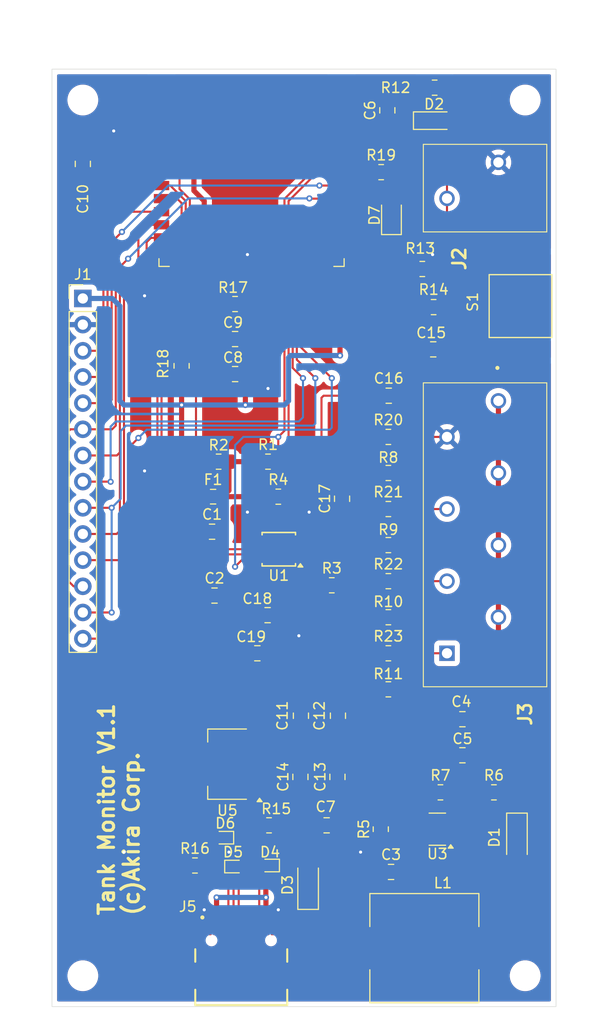
<source format=kicad_pcb>
(kicad_pcb (version 20240108) (generator "pcbnew") (generator_version "8.0")
  (layers (0 "F.Cu" signal) (31 "B.Cu" signal) (34 "B.Paste" user) (35 "F.Paste" user) (36 "B.SilkS" user "B.Silkscreen") (37 "F.SilkS" user "F.Silkscreen") (38 "B.Mask" user) (39 "F.Mask" user) (44 "Edge.Cuts" user))
  (net 0 "")
  (net 1 "GND")
  (net 2 "A2")
  (net 3 "SCL")
  (net 4 "A0")
  (net 5 "RDY")
  (net 6 "Net-(U1-ADDR)")
  (net 7 "Net-(U1-VDD)")
  (net 8 "A1")
  (net 9 "SDA")
  (net 10 "A3")
  (net 11 "+5V")
  (net 12 "+3.3V")
  (net 13 "Net-(D1-A)")
  (net 14 "Net-(U3-EN)")
  (net 15 "Net-(U3-FB)")
  (net 16 "Net-(D2-A)")
  (net 17 "+20V")
  (net 18 "IRQ_METER")
  (net 19 "SCK")
  (net 20 "BCK_LIGHT")
  (net 21 "TFT_CS")
  (net 22 "MOSI")
  (net 23 "MISO")
  (net 24 "TFT_DC")
  (net 25 "TFT_RST")
  (net 26 "TOUCH_IRQ")
  (net 27 "TOUCH_CS")
  (net 33 "Net-(U4-EN{slash}CHIP_PU)")
  (net 34 "VBUS")
  (net 35 "USB+")
  (net 36 "USB-")
  (net 37 "Net-(U4-GPIO8)")
  (net 38 "Net-(U4-GPIO9)")
  (net 41 "Net-(D7-A)")
  (net 42 "Net-(U4-GPIO23)")
  (net 45 "Net-(J5-CC1)")
  (net 46 "Net-(J5-CC2)")
  (net 48 "Net-(J3-Pad1)")
  (net 49 "Net-(J3-Pad3)")
  (net 50 "Net-(J3-Pad5)")
  (footprint "Resistor_SMD:R_0805_2012Metric_Pad1.20x1.40mm_HandSolder" (layer "F.Cu") (at 92.7 150.2 180)
    (property "Reference" "R11")
    (property "Value" "133R 0,1%")
  )
  (footprint "Resistor_SMD:R_0805_2012Metric_Pad1.20x1.40mm_HandSolder" (layer "F.Cu") (at 92 100)
    (property "Reference" "R19")
    (property "Value" "750R")
  )
  (footprint "Capacitor_SMD:C_0805_2012Metric_Pad1.18x1.45mm_HandSolder" (layer "F.Cu") (at 63 99.2 -90)
    (property "Reference" "C10")
    (property "Value" "1µF 16V")
  )
  (footprint "Capacitor_SMD:C_0805_2012Metric_Pad1.18x1.45mm_HandSolder" (layer "F.Cu") (at 87.8 152.7625 -90)
    (property "Reference" "C12")
    (property "Value" "100nF 25V")
  )
  (footprint "Capacitor_SMD:C_0805_2012Metric_Pad1.18x1.45mm_HandSolder" (layer "F.Cu") (at 92.7375 121.7)
    (property "Reference" "C16")
    (property "Value" "100nF")
  )
  (footprint "Capacitor_SMD:C_0805_2012Metric_Pad1.18x1.45mm_HandSolder" (layer "F.Cu") (at 99.9 156.6 180)
    (property "Reference" "C5")
    (property "Value" "470pF")
  )
  (footprint "MountingHole:MountingHole_2.5mm" (layer "F.Cu") (at 63 93)
    (property "Reference" "REF**")
    (property "Value" "MountingHole_2.5mm")
  )
  (footprint "Diode_SMD:D_SOD-882D" (layer "F.Cu") (at 76.75 164.6 180)
    (property "Reference" "D6")
    (property "Value" "ESDALC5-1BT2")
  )
  (footprint "Resistor_SMD:R_0805_2012Metric_Pad1.20x1.40mm_HandSolder" (layer "F.Cu") (at 96 109.4)
    (property "Reference" "R13")
    (property "Value" "10k")
  )
  (footprint "Resistor_SMD:R_0805_2012Metric_Pad1.20x1.40mm_HandSolder" (layer "F.Cu") (at 92.7 139.7)
    (property "Reference" "R22")
    (property "Value" "0R")
  )
  (footprint "Resistor_SMD:R_0805_2012Metric_Pad1.20x1.40mm_HandSolder" (layer "F.Cu") (at 97.7625 160.2)
    (property "Reference" "R7")
    (property "Value" "150k 0,1%")
  )
  (footprint "Inductor_SMD:L_10.4x10.4_H4.8" (layer "F.Cu") (at 96.2 175.325)
    (property "Reference" "L1")
    (property "Value" "33uH")
  )
  (footprint "Capacitor_SMD:C_0805_2012Metric_Pad1.18x1.45mm_HandSolder" (layer "F.Cu") (at 75.5625 134.9)
    (property "Reference" "C1")
    (property "Value" "100nF")
  )
  (footprint "Resistor_SMD:R_0805_2012Metric_Pad1.20x1.40mm_HandSolder" (layer "F.Cu") (at 92.7 143.2 180)
    (property "Reference" "R10")
    (property "Value" "133R 0,1%")
  )
  (footprint "Resistor_SMD:R_0805_2012Metric_Pad1.20x1.40mm_HandSolder" (layer "F.Cu") (at 97.1 113.1 180)
    (property "Reference" "R14")
    (property "Value" "10k 1%")
  )
  (footprint "Diode_SMD:D_SOD-123" (layer "F.Cu") (at 105.2 164.575 -90)
    (property "Reference" "D1")
    (property "Value" "Schottky 500mA")
  )
  (footprint "Resistor_SMD:R_0805_2012Metric_Pad1.20x1.40mm_HandSolder" (layer "F.Cu") (at 81.1 163.4 180)
    (property "Reference" "R15")
    (property "Value" "5.1k 1%")
  )
  (footprint "MountingHole:MountingHole_2.5mm" (layer "F.Cu") (at 63 178)
    (property "Reference" "REF**")
    (property "Value" "MountingHole_2.5mm")
  )
  (footprint "Package_SO:TSSOP-10_3x3mm_P0.5mm" (layer "F.Cu") (at 82.05 136.6 180)
    (property "Reference" "U1")
    (property "Value" "ADS1115IDGS")
  )
  (footprint "Phoenix Contact PTSA 2:1985195" (layer "F.Cu") (at 98.4 105.8 90)
    (property "Reference" "J2")
    (property "Value" "PTSA 1,5/ 2-3,5-Z" (hide yes))
  )
  (footprint "Resistor_SMD:R_0805_2012Metric_Pad1.20x1.40mm_HandSolder" (layer "F.Cu") (at 82 131.5)
    (property "Reference" "R4")
    (property "Value" "10k")
  )
  (footprint "Resistor_SMD:R_0805_2012Metric_Pad1.20x1.40mm_HandSolder" (layer "F.Cu") (at 73.9 167.3)
    (property "Reference" "R16")
    (property "Value" "5.1k 1%")
  )
  (footprint "Resistor_SMD:R_0805_2012Metric_Pad1.20x1.40mm_HandSolder" (layer "F.Cu") (at 92.7 129.2 180)
    (property "Reference" "R8")
    (property "Value" "133R 0,1%")
  )
  (footprint "Resistor_SMD:R_0805_2012Metric_Pad1.20x1.40mm_HandSolder" (layer "F.Cu") (at 81 128.1)
    (property "Reference" "R1")
    (property "Value" "10k")
  )
  (footprint "Diode_SMD:D_SOD-323_HandSoldering" (layer "F.Cu") (at 97.15 95)
    (property "Reference" "D2")
    (property "Value" "1N4148")
  )
  (footprint "Resistor_SMD:R_0805_2012Metric_Pad1.20x1.40mm_HandSolder" (layer "F.Cu") (at 77.8 112.8)
    (property "Reference" "R17")
    (property "Value" "10k 1%")
  )
  (footprint "Resistor_SMD:R_0805_2012Metric_Pad1.20x1.40mm_HandSolder" (layer "F.Cu") (at 92.7 125.7)
    (property "Reference" "R20")
    (property "Value" "0R")
  )
  (footprint "Capacitor_SMD:C_0805_2012Metric_Pad1.18x1.45mm_HandSolder" (layer "F.Cu") (at 77.8 116.2 180)
    (property "Reference" "C9")
    (property "Value" "100nF 25V")
  )
  (footprint "Package_TO_SOT_SMD:SOT-23-5" (layer "F.Cu") (at 97.4625 163.775 180)
    (property "Reference" "U3")
    (property "Value" "LM2735X (1.6MHz)")
  )
  (footprint "Resistor_SMD:R_0805_2012Metric_Pad1.20x1.40mm_HandSolder" (layer "F.Cu") (at 92.7 136.2 180)
    (property "Reference" "R9")
    (property "Value" "133R 0,1%")
  )
  (footprint "CUI switch:SW_TS07-667-30-BK-100-SMT-TR" (layer "F.Cu") (at 105.55 113 90)
    (property "Reference" "S1")
    (property "Value" "TS07-667-30-BK-100-SMT-TR")
  )
  (footprint "Capacitor_SMD:C_0805_2012Metric_Pad1.18x1.45mm_HandSolder" (layer "F.Cu") (at 84.15 158.7 90)
    (property "Reference" "C14")
    (property "Value" "100nF 25V")
  )
  (footprint "Capacitor_SMD:C_0805_2012Metric_Pad1.18x1.45mm_HandSolder" (layer "F.Cu") (at 88.2 131.7 90)
    (property "Reference" "C17")
    (property "Value" "100nF")
  )
  (footprint "Fuse:Fuse_0805_2012Metric" (layer "F.Cu") (at 75.6625 131.5)
    (property "Reference" "F1")
    (property "Value" "BSMD0805-035-6V")
  )
  (footprint "Capacitor_SMD:C_0805_2012Metric_Pad1.18x1.45mm_HandSolder" (layer "F.Cu") (at 92.9625 167.925)
    (property "Reference" "C3")
    (property "Value" "22uF")
  )
  (footprint "Capacitor_SMD:C_0805_2012Metric_Pad1.18x1.45mm_HandSolder" (layer "F.Cu") (at 87.75 158.7 90)
    (property "Reference" "C13")
    (property "Value" "10µF 25V")
  )
  (footprint "MountingHole:MountingHole_2.5mm" (layer "F.Cu") (at 106 178)
    (property "Reference" "REF**")
    (property "Value" "MountingHole_2.5mm")
  )
  (footprint "Capacitor_SMD:C_0805_2012Metric_Pad1.18x1.45mm_HandSolder" (layer "F.Cu") (at 84.2 152.7625 -90)
    (property "Reference" "C11")
    (property "Value" "10µF 25V")
  )
  (footprint "Capacitor_SMD:C_0805_2012Metric_Pad1.18x1.45mm_HandSolder" (layer "F.Cu") (at 86.7 163.4 180)
    (property "Reference" "C7")
    (property "Value" "10µF 25V")
  )
  (footprint "Capacitor_SMD:C_0805_2012Metric_Pad1.18x1.45mm_HandSolder" (layer "F.Cu") (at 92.6 94 90)
    (property "Reference" "C6")
    (property "Value" "33nF")
  )
  (footprint "MountingHole:MountingHole_2.5mm" (layer "F.Cu") (at 106 93)
    (property "Reference" "REF**")
    (property "Value" "MountingHole_2.5mm")
  )
  (footprint "Capacitor_SMD:C_0805_2012Metric_Pad1.18x1.45mm_HandSolder" (layer "F.Cu") (at 99.9 153.1 180)
    (property "Reference" "C4")
    (property "Value" "10uF")
  )
  (footprint "Diode_SMD:D_SOD-882D" (layer "F.Cu") (at 77.7 167.4)
    (property "Reference" "D5")
    (property "Value" "ESDALC5-1BT2")
  )
  (footprint "Capacitor_SMD:C_0805_2012Metric_Pad1.18x1.45mm_HandSolder" (layer "F.Cu") (at 79.9625 146.7 180)
    (property "Reference" "C19")
    (property "Value" "100nF")
  )
  (footprint "Resistor_SMD:R_0805_2012Metric_Pad1.20x1.40mm_HandSolder" (layer "F.Cu") (at 87.2 140.1)
    (property "Reference" "R3")
    (property "Value" "10k")
  )
  (footprint "Resistor_SMD:R_0805_2012Metric_Pad1.20x1.40mm_HandSolder" (layer "F.Cu") (at 72.6 118.8 -90)
    (property "Reference" "R18")
    (property "Value" "10k 1%")
  )
  (footprint "Capacitor_SMD:C_0805_2012Metric_Pad1.18x1.45mm_HandSolder" (layer "F.Cu") (at 97.0625 117.2 180)
    (property "Reference" "C15")
    (property "Value" "100nF 25V")
  )
  (footprint "Diode_SMD:D_SOD-123" (layer "F.Cu") (at 84.9 169.2 90)
    (property "Reference" "D3")
    (property "Value" "1N5819HW-7-F")
  )
  (footprint "GCT-USB4110GFA:GCT_USB4110GFA" (layer "F.Cu") (at 78.4 174.57)
    (property "Reference" "J5")
    (property "Value" "USB4110GFA")
  )
  (footprint "PCM_Espressif:ESP32-C6-WROOM-1" (layer "F.Cu") (at 79.4 99.4)
    (property "Reference" "U4")
    (property "Value" "ESP32-C6-WROOM-1")
  )
  (footprint "Phoenix Contact PTSA 8:1985250" (layer "F.Cu") (at 98.4 146.7 90)
    (property "Reference" "J3")
    (property "Value" "PTSA 1,5/ 8-3,5-Z" (hide yes))
  )
  (footprint "Resistor_SMD:R_0805_2012Metric_Pad1.20x1.40mm_HandSolder" (layer "F.Cu") (at 92.7 132.7)
    (property "Reference" "R21")
    (property "Value" "0R")
  )
  (footprint "Capacitor_SMD:C_0805_2012Metric_Pad1.18x1.45mm_HandSolder" (layer "F.Cu") (at 77.8025 119.6 180)
    (property "Reference" "C8")
    (property "Value" "10µF 25V")
  )
  (footprint "Diode_SMD:D_SOD-882D" (layer "F.Cu") (at 81.2 167.3 180)
    (property "Reference" "D4")
    (property "Value" "ESDALC5-1BT2")
  )
  (footprint "Connector_PinHeader_2.54mm:PinHeader_1x14_P2.54mm_Vertical" (layer "F.Cu") (at 63 112.26)
    (property "Reference" "J1")
    (property "Value" "TFT")
  )
  (footprint "Diode_SMD:D_0805_2012Metric_Pad1.15x1.40mm_HandSolder" (layer "F.Cu") (at 93 104.2 90)
    (property "Reference" "D7")
    (property "Value" "1.8V 2mA")
  )
  (footprint "Resistor_SMD:R_0805_2012Metric_Pad1.20x1.40mm_HandSolder" (layer "F.Cu") (at 97.2 91.8)
    (property "Reference" "R12")
    (property "Value" "10k")
  )
  (footprint "Resistor_SMD:R_0805_2012Metric_Pad1.20x1.40mm_HandSolder" (layer "F.Cu") (at 91.9625 163.775 90)
    (property "Reference" "R5")
    (property "Value" "100k")
  )
  (footprint "Resistor_SMD:R_0805_2012Metric_Pad1.20x1.40mm_HandSolder" (layer "F.Cu") (at 76.2 128.1 180)
    (property "Reference" "R2")
    (property "Value" "10k")
  )
  (footprint "Resistor_SMD:R_0805_2012Metric_Pad1.20x1.40mm_HandSolder" (layer "F.Cu") (at 102.9625 160.2)
    (property "Reference" "R6")
    (property "Value" "10k 0,1%")
  )
  (footprint "Package_TO_SOT_SMD:SOT-223-3_TabPin2" (layer "F.Cu") (at 77.05 157.4625 180)
    (property "Reference" "U5")
    (property "Value" "MCP1826S-3302E/DB")
  )
  (footprint "Capacitor_SMD:C_0805_2012Metric_Pad1.18x1.45mm_HandSolder" (layer "F.Cu") (at 80.9625 143 180)
    (property "Reference" "C18")
    (property "Value" "100nF")
  )
  (footprint "Resistor_SMD:R_0805_2012Metric_Pad1.20x1.40mm_HandSolder" (layer "F.Cu") (at 92.7 146.7)
    (property "Reference" "R23")
    (property "Value" "0R")
  )
  (footprint "Capacitor_SMD:C_0805_2012Metric_Pad1.18x1.45mm_HandSolder" (layer "F.Cu") (at 75.8 141.1)
    (property "Reference" "C2")
    (property "Value" "100nF")
  )
  (gr_rect (start 60 90) (end 109 181) (stroke (width 0.05)) (fill none) (layer "Edge.Cuts"))
  (gr_text "Tank Monitor V1.1\n(c)Akira Corp." (at 68.6 172.3 90) (layer "F.SilkS") (effects (font (size 1.5 1.5) (thickness 0.3) (bold yes)) (justify left bottom)))
  (segment (start 77.2 167.3) (end 77.3 167.4) (width 0.5) (layer "F.Cu") (net 1))
  (segment (start 77.15 165.95) (end 77.2 166) (width 0.5) (layer "F.Cu") (net 1))
  (segment (start 93.7 125.7) (end 93.7 129.2) (width 0.2) (layer "F.Cu") (net 1))
  (segment (start 75.2 173.6) (end 75.2 172) (width 0.5) (layer "F.Cu") (net 1))
  (segment (start 77.2 166) (end 77.2 167.3) (width 0.5) (layer "F.Cu") (net 1))
  (segment (start 81.6 173.6) (end 81.6 172) (width 0.5) (layer "F.Cu") (net 1))
  (segment (start 75.2 172) (end 74.8 171.6) (width 0.5) (layer "F.Cu") (net 1))
  (segment (start 81.6 172) (end 82 171.6) (width 0.5) (layer "F.Cu") (net 1))
  (segment (start 89 136.6) (end 89.4 136.2) (width 0.2) (layer "F.Cu") (net 1))
  (segment (start 93.7 125.7) (end 98.4 125.7) (width 0.2) (layer "F.Cu") (net 1))
  (segment (start 84.2 136.6) (end 89 136.6) (width 0.2) (layer "F.Cu") (net 1))
  (segment (start 77.15 164.6) (end 77.15 165.95) (width 0.5) (layer "F.Cu") (net 1))
  (segment (start 89.4 136.2) (end 91.7 136.2) (width 0.2) (layer "F.Cu") (net 1))
  (via (at 97 108) (size 0.6) (drill 0.3) (layers "F.Cu" "B.Cu") (net 1))
  (via (at 74.8 171.6) (size 0.6) (drill 0.3) (layers "F.Cu" "B.Cu") (net 1))
  (via (at 69 129) (size 0.6) (drill 0.3) (layers "F.Cu" "B.Cu") (net 1))
  (via (at 85 133) (size 0.6) (drill 0.3) (layers "F.Cu" "B.Cu") (net 1))
  (via (at 82 171.6) (size 0.6) (drill 0.3) (layers "F.Cu" "B.Cu") (net 1))
  (via (at 69 112) (size 0.6) (drill 0.3) (layers "F.Cu" "B.Cu") (net 1))
  (via (at 90 166) (size 0.6) (drill 0.3) (layers "F.Cu" "B.Cu") (net 1))
  (via (at 81 121) (size 0.6) (drill 0.3) (layers "F.Cu" "B.Cu") (net 1))
  (via (at 67 166) (size 0.6) (drill 0.3) (layers "F.Cu" "B.Cu") (net 1))
  (via (at 79 108) (size 0.6) (drill 0.3) (layers "F.Cu" "B.Cu") (net 1))
  (via (at 66 96) (size 0.6) (drill 0.3) (layers "F.Cu" "B.Cu") (net 1))
  (via (at 84 145) (size 0.6) (drill 0.3) (layers "F.Cu" "B.Cu") (net 1))
  (via (at 77.2 166) (size 0.6) (drill 0.3) (layers "F.Cu" "B.Cu") (net 1))
  (via (at 79 133) (size 0.6) (drill 0.3) (layers "F.Cu" "B.Cu") (net 1))
  (segment (start 81.4 141.4) (end 82 142) (width 0.2) (layer "F.Cu") (net 2))
  (segment (start 80.7 135.6) (end 81.4 136.3) (width 0.2) (layer "F.Cu") (net 2))
  (segment (start 89.6 143) (end 81.8375 143) (width 0.2) (layer "F.Cu") (net 2))
  (segment (start 91.7 139.7) (end 90.1 139.7) (width 0.2) (layer "F.Cu") (net 2))
  (segment (start 79.9 135.6) (end 80.7 135.6) (width 0.2) (layer "F.Cu") (net 2))
  (segment (start 81.4 136.3) (end 81.4 141.4) (width 0.2) (layer "F.Cu") (net 2))
  (segment (start 89.9 139.9) (end 89.9 142.7) (width 0.2) (layer "F.Cu") (net 2))
  (segment (start 90.1 139.7) (end 89.9 139.9) (width 0.2) (layer "F.Cu") (net 2))
  (segment (start 82 142) (end 82 143) (width 0.2) (layer "F.Cu") (net 2))
  (segment (start 89.9 142.7) (end 89.6 143) (width 0.2) (layer "F.Cu") (net 2))
  (segment (start 86.99 92.41) (end 85.8 93.6) (width 0.2) (layer "F.Cu") (net 3))
  (segment (start 82 128.1) (end 82 125.7) (width 0.2) (layer "F.Cu") (net 3))
  (segment (start 77.8 138.3) (end 78.5 137.6) (width 0.2) (layer "F.Cu") (net 3))
  (segment (start 82.6 125.1) (end 82 125.7) (width 0.2) (layer "F.Cu") (net 3))
  (segment (start 85.8 99.4) (end 82.6 102.6) (width 0.2) (layer "F.Cu") (net 3))
  (segment (start 82.6 102.6) (end 82.6 125.1) (width 0.2) (layer "F.Cu") (net 3))
  (segment (start 88.15 92.41) (end 86.99 92.41) (width 0.2) (layer "F.Cu") (net 3))
  (segment (start 85.8 93.6) (end 85.8 99.4) (width 0.2) (layer "F.Cu") (net 3))
  (segment (start 78.5 137.6) (end 79.9 137.6) (width 0.2) (layer "F.Cu") (net 3))
  (via (at 77.8 138.3) (size 0.6) (drill 0.3) (layers "F.Cu" "B.Cu") (net 3))
  (via (at 82 125.7) (size 0.6) (drill 0.3) (layers "F.Cu" "B.Cu") (net 3))
  (segment (start 78.6 125.7) (end 77.8 126.5) (width 0.2) (layer "B.Cu") (net 3))
  (segment (start 82 125.7) (end 78.6 125.7) (width 0.2) (layer "B.Cu") (net 3))
  (segment (start 77.8 126.5) (end 77.8 138.3) (width 0.2) (layer "B.Cu") (net 3))
  (segment (start 84.2 136.1) (end 88 136.1) (width 0.2) (layer "F.Cu") (net 4))
  (segment (start 88.2 132.7375) (end 91.6625 132.7375) (width 0.2) (layer "F.Cu") (net 4))
  (segment (start 88 136.1) (end 88.2 135.9) (width 0.2) (layer "F.Cu") (net 4))
  (segment (start 91.6625 132.7375) (end 91.7 132.7) (width 0.2) (layer "F.Cu") (net 4))
  (segment (start 88.2 135.9) (end 88.2 132.7375) (width 0.2) (layer "F.Cu") (net 4))
  (segment (start 86.2 94.6) (end 87.12 93.68) (width 0.2) (layer "F.Cu") (net 5))
  (segment (start 83.2 137.1) (end 83 136.9) (width 0.2) (layer "F.Cu") (net 5))
  (segment (start 83 131.5) (end 83 102.8) (width 0.2) (layer "F.Cu") (net 5))
  (segment (start 86.2 99.6) (end 86.2 94.6) (width 0.2) (layer "F.Cu") (net 5))
  (segment (start 83 102.8) (end 86.2 99.6) (width 0.2) (layer "F.Cu") (net 5))
  (segment (start 84.2 137.1) (end 83.2 137.1) (width 0.2) (layer "F.Cu") (net 5))
  (segment (start 83 136.9) (end 83 131.5) (width 0.2) (layer "F.Cu") (net 5))
  (segment (start 87.12 93.68) (end 88.15 93.68) (width 0.2) (layer "F.Cu") (net 5))
  (segment (start 86.2 138.1) (end 86.2 139.6) (width 0.2) (layer "F.Cu") (net 6))
  (segment (start 84.2 137.6) (end 85.7 137.6) (width 0.2) (layer "F.Cu") (net 6))
  (segment (start 85.7 137.6) (end 86.2 138.1) (width 0.2) (layer "F.Cu") (net 6))
  (segment (start 76.9 136.6) (end 76.6 136.3) (width 0.2) (layer "F.Cu") (net 7))
  (segment (start 76.6 131.5) (end 77.2 130.9) (width 0.5) (layer "F.Cu") (net 7))
  (segment (start 76.6 131.5) (end 81 131.5) (width 0.5) (layer "F.Cu") (net 7))
  (segment (start 76.6 136.3) (end 76.6 134.9) (width 0.2) (layer "F.Cu") (net 7))
  (segment (start 76.6 131.5) (end 76.6 134.9) (width 0.5) (layer "F.Cu") (net 7))
  (segment (start 77.2 128.1) (end 80 128.1) (width 0.5) (layer "F.Cu") (net 7))
  (segment (start 79.9 136.6) (end 76.9 136.6) (width 0.2) (layer "F.Cu") (net 7))
  (segment (start 77.2 130.9) (end 77.2 128.1) (width 0.5) (layer "F.Cu") (net 7))
  (segment (start 84.2 135.6) (end 86 135.6) (width 0.2) (layer "F.Cu") (net 8))
  (segment (start 86 135.6) (end 86.2 135.4) (width 0.2) (layer "F.Cu") (net 8))
  (segment (start 91.7 125.7) (end 91.7 121.7) (width 0.2) (layer "F.Cu") (net 8))
  (segment (start 86.2 121.9) (end 86.4 121.7) (width 0.2) (layer "F.Cu") (net 8))
  (segment (start 91.7 121.7) (end 86.4 121.7) (width 0.2) (layer "F.Cu") (net 8))
  (segment (start 86.2 135.4) (end 86.2 121.9) (width 0.2) (layer "F.Cu") (net 8))
  (segment (start 74 128) (end 74.1 128.1) (width 0.2) (layer "F.Cu") (net 9))
  (segment (start 70.65 101.3) (end 71.5 101.3) (width 0.2) (layer "F.Cu") (net 9))
  (segment (start 75.6 136.7) (end 75.6 129.9) (width 0.2) (layer "F.Cu") (net 9))
  (segment (start 74 116.8) (end 74 128) (width 0.2) (layer "F.Cu") (net 9))
  (segment (start 73 102.8) (end 73 115.8) (width 0.2) (layer "F.Cu") (net 9))
  (segment (start 74.1 128.1) (end 75.2 128.1) (width 0.2) (layer "F.Cu") (net 9))
  (segment (start 71.5 101.3) (end 73 102.8) (width 0.2) (layer "F.Cu") (net 9))
  (segment (start 73 115.8) (end 74 116.8) (width 0.2) (layer "F.Cu") (net 9))
  (segment (start 75.2 128.1) (end 75.4 127.9) (width 0.2) (layer "F.Cu") (net 9))
  (segment (start 75.6 129.9) (end 75.2 129.5) (width 0.2) (layer "F.Cu") (net 9))
  (segment (start 75.2 129.5) (end 75.2 128.1) (width 0.2) (layer "F.Cu") (net 9))
  (segment (start 76 137.1) (end 75.6 136.7) (width 0.2) (layer "F.Cu") (net 9))
  (segment (start 79.9 137.1) (end 76 137.1) (width 0.2) (layer "F.Cu") (net 9))
  (segment (start 81.1 146.7) (end 81 146.8) (width 0.2) (layer "F.Cu") (net 10))
  (segment (start 91.6 146.8) (end 91.7 146.7) (width 0.2) (layer "F.Cu") (net 10))
  (segment (start 80.95 146.75) (end 81 146.8) (width 0.2) (layer "F.Cu") (net 10))
  (segment (start 79.9 136.1) (end 80.634314 136.1) (width 0.2) (layer "F.Cu") (net 10))
  (segment (start 81 136.465686) (end 81 146.7) (width 0.2) (layer "F.Cu") (net 10))
  (segment (start 80.634314 136.1) (end 81 136.465686) (width 0.2) (layer "F.Cu") (net 10))
  (segment (start 91.7 146.7) (end 81 146.7) (width 0.2) (layer "F.Cu") (net 10))
  (segment (start 96.325 174.275) (end 95.275 175.325) (width 0.5) (layer "F.Cu") (net 11))
  (segment (start 92.0125 164.725) (end 91.9625 164.775) (width 0.5) (layer "F.Cu") (net 11))
  (segment (start 96.325 164.725) (end 96.325 174.275) (width 0.5) (layer "F.Cu") (net 11))
  (segment (start 87.75 159.7375) (end 84.15 159.7375) (width 0.5) (layer "F.Cu") (net 11))
  (segment (start 84.15 159.7375) (end 80.225 159.7375) (width 0.5) (layer "F.Cu") (net 11))
  (segment (start 87.7375 168) (end 87.7375 163.4) (width 0.5) (layer "F.Cu") (net 11))
  (segment (start 96.325 164.725) (end 92.0125 164.725) (width 0.5) (layer "F.Cu") (net 11))
  (segment (start 87.7375 163.4) (end 87.7375 159.75) (width 0.5) (layer "F.Cu") (net 11))
  (segment (start 87.7375 170.1625) (end 87.7375 168) (width 0.5) (layer "F.Cu") (net 11))
  (segment (start 87.05 170.85) (end 87.7375 170.1625) (width 0.5) (layer "F.Cu") (net 11))
  (segment (start 91.925 167.925) (end 91.85 168) (width 0.5) (layer "F.Cu") (net 11))
  (segment (start 80.225 159.7375) (end 80.2 159.7625) (width 0.5) (layer "F.Cu") (net 11))
  (segment (start 84.9 170.85) (end 87.05 170.85) (width 0.5) (layer "F.Cu") (net 11))
  (segment (start 95.275 175.325) (end 92.05 175.325) (width 0.5) (layer "F.Cu") (net 11))
  (segment (start 87.7375 159.75) (end 87.75 159.7375) (width 0.5) (layer "F.Cu") (net 11))
  (segment (start 91.925 167.925) (end 91.925 164.8125) (width 0.5) (layer "F.Cu") (net 11))
  (segment (start 91.85 168) (end 87.7375 168) (width 0.5) (layer "F.Cu") (net 11))
  (segment (start 91.925 164.8125) (end 91.9625 164.775) (width 0.5) (layer "F.Cu") (net 11))
  (segment (start 74.7625 141.1) (end 74.7625 149.1625) (width 0.5) (layer "F.Cu") (net 12))
  (segment (start 75.6 111) (end 78.4 111) (width 0.5) (layer "F.Cu") (net 12))
  (segment (start 95.1 113.1) (end 96.1 113.1) (width 0.5) (layer "F.Cu") (net 12))
  (segment (start 74.8 110.2) (end 75.6 111) (width 0.5) (layer "F.Cu") (net 12))
  (segment (start 78.8 112.8) (end 78.8 116.1625) (width 0.5) (layer "F.Cu") (net 12))
  (segment (start 70.65 92.41) (end 72.61 92.41) (width 0.5) (layer "F.Cu") (net 12))
  (segment (start 88 114) (end 88.9 113.1) (width 0.5) (layer "F.Cu") (net 12))
  (segment (start 78.8 116.1625) (end 78.8375 116.2) (width 0.5) (layer "F.Cu") (net 12))
  (segment (start 95 113) (end 95.1 113.1) (width 0.5) (layer "F.Cu") (net 12))
  (segment (start 88 114) (end 88 117.8) (width 0.5) (layer "F.Cu") (net 12))
  (segment (start 88.9 113.1) (end 95.1 113.1) (width 0.5) (layer "F.Cu") (net 12))
  (segment (start 80.2 152.3625) (end 80.8375 151.725) (width 0.5) (layer "F.Cu") (net 12))
  (segment (start 95 109.4) (end 95 113) (width 0.5) (layer "F.Cu") (net 12))
  (segment (start 72.6 122.6) (end 72.6 119.8) (width 0.5) (layer "F.Cu") (net 12))
  (segment (start 78.8375 116.2) (end 78.8375 119.5975) (width 0.5) (layer "F.Cu") (net 12))
  (segment (start 87.8 150.2) (end 87.8 151.725) (width 0.5) (layer "F.Cu") (net 12))
  (segment (start 78.8 119.64) (end 78.84 119.6) (width 0.5) (layer "F.Cu") (net 12))
  (segment (start 74.7625 141.1) (end 73.3 141.1) (width 0.5) (layer "F.Cu") (net 12))
  (segment (start 72.6 140.4) (end 72.6 131.5) (width 0.5) (layer "F.Cu") (net 12))
  (segment (start 78.8375 119.5975) (end 78.84 119.6) (width 0.5) (layer "F.Cu") (net 12))
  (segment (start 80.2 155.1625) (end 80.2 152.3625) (width 0.5) (layer "F.Cu") (net 12))
  (segment (start 73.3 141.1) (end 72.6 140.4) (width 0.5) (layer "F.Cu") (net 12))
  (segment (start 73.8 93.6) (end 73.8 101.8) (width 0.5) (layer "F.Cu") (net 12))
  (segment (start 78.4 111) (end 78.8 111.4) (width 0.5) (layer "F.Cu") (net 12))
  (segment (start 74.7625 149.1625) (end 75.4 149.8) (width 0.5) (layer "F.Cu") (net 12))
  (segment (start 74.8 102.8) (end 74.8 110.2) (width 0.5) (layer "F.Cu") (net 12))
  (segment (start 74.725 131.5) (end 72.6 131.5) (width 0.5) (layer "F.Cu") (net 12))
  (segment (start 78.8 122.6) (end 78.8 119.64) (width 0.5) (layer "F.Cu") (net 12))
  (segment (start 78.8 111.4) (end 78.8 112.8) (width 0.5) (layer "F.Cu") (net 12))
  (segment (start 87.4 149.8) (end 87.8 150.2) (width 0.5) (layer "F.Cu") (net 12))
  (segment (start 73.8 101.8) (end 74.8 102.8) (width 0.5) (layer "F.Cu") (net 12))
  (segment (start 84.2 151.725) (end 87.8 151.725) (width 0.5) (layer "F.Cu") (net 12))
  (segment (start 80.8375 151.725) (end 84.2 151.725) (width 0.5) (layer "F.Cu") (net 12))
  (segment (start 75.4 149.8) (end 87.4 149.8) (width 0.5) (layer "F.Cu") (net 12))
  (segment (start 72.61 92.41) (end 73.8 93.6) (width 0.5) (layer "F.Cu") (net 12))
  (segment (start 72.6 131.5) (end 72.6 122.6) (width 0.5) (layer "F.Cu") (net 12))
  (via (at 78.8 122.6) (size 0.6) (drill 0.3) (layers "F.Cu" "B.Cu") (net 12))
  (via (at 88 117.8) (size 0.6) (drill 0.3) (layers "F.Cu" "B.Cu") (net 12))
  (via (at 72.6 122.6) (size 0.6) (drill 0.3) (layers "F.Cu" "B.Cu") (net 12))
  (segment (start 66.6 122.2) (end 67 122.6) (width 0.5) (layer "B.Cu") (net 12))
  (segment (start 83.2 117.8) (end 88 117.8) (width 0.5) (layer "B.Cu") (net 12))
  (segment (start 78.8 122.6) (end 82.6 122.6) (width 0.5) (layer "B.Cu") (net 12))
  (segment (start 66.6 113) (end 66.6 122.2) (width 0.5) (layer "B.Cu") (net 12))
  (segment (start 63 112.26) (end 65.86 112.26) (width 0.5) (layer "B.Cu") (net 12))
  (segment (start 83 122.2) (end 83 118) (width 0.5) (layer "B.Cu") (net 12))
  (segment (start 65.86 112.26) (end 66.6 113) (width 0.5) (layer "B.Cu") (net 12))
  (segment (start 82.6 122.6) (end 83 122.2) (width 0.5) (layer "B.Cu") (net 12))
  (segment (start 83 118) (end 83.2 117.8) (width 0.5) (layer "B.Cu") (net 12))
  (segment (start 67 122.6) (end 72.6 122.6) (width 0.5) (layer "B.Cu") (net 12))
  (segment (start 72.6 122.6) (end 78.8 122.6) (width 0.5) (layer "B.Cu") (net 12))
  (segment (start 101.25 166.225) (end 101.25 166.75) (width 0.5) (layer "F.Cu") (net 13))
  (segment (start 98.6 164.725) (end 99.75 164.725) (width 0.5) (layer "F.Cu") (net 13))
  (segment (start 102.6 166.225) (end 105.2 166.225) (width 0.5) (layer "F.Cu") (net 13))
  (segment (start 101.25 166.225) (end 102.6 166.225) (width 0.5) (layer "F.Cu") (net 13))
  (segment (start 100.35 167.65) (end 100.35 175.325) (width 0.5) (layer "F.Cu") (net 13))
  (segment (start 99.75 164.725) (end 101.25 166.225) (width 0.5) (layer "F.Cu") (net 13))
  (segment (start 101.25 166.75) (end 100.35 167.65) (width 0.5) (layer "F.Cu") (net 13))
  (segment (start 91.9625 162.775) (end 96.275 162.775) (width 0.2) (layer "F.Cu") (net 14))
  (segment (start 96.275 162.775) (end 96.325 162.825) (width 0.2) (layer "F.Cu") (net 14))
  (segment (start 98.7625 156.7) (end 98.8625 156.6) (width 0.2) (layer "F.Cu") (net 15))
  (segment (start 98.7625 160.2) (end 98.7625 156.7) (width 0.2) (layer "F.Cu") (net 15))
  (segment (start 98.7625 162.6625) (end 98.6 162.825) (width 0.2) (layer "F.Cu") (net 15))
  (segment (start 98.7625 160.2) (end 101.9625 160.2) (width 0.2) (layer "F.Cu") (net 15))
  (segment (start 98.7625 160.2) (end 98.7625 162.6625) (width 0.2) (layer "F.Cu") (net 15))
  (segment (start 98.4 95) (end 98.4 94.8) (width 0.2) (layer "F.Cu") (net 16))
  (segment (start 98.4 109.1) (end 98.1 109.4) (width 0.2) (layer "F.Cu") (net 16))
  (segment (start 98.4 95) (end 98.4 91.6) (width 0.2) (layer "F.Cu") (net 16))
  (segment (start 98.4 102.55) (end 98.5 102.65) (width 0.2) (layer "F.Cu") (net 16))
  (segment (start 98.1 109.4) (end 97 109.4) (width 0.2) (layer "F.Cu") (net 16))
  (segment (start 98.4 94.8) (end 98.6 94.6) (width 0.2) (layer "F.Cu") (net 16))
  (segment (start 98.4 102.55) (end 98.4 109.1) (width 0.2) (layer "F.Cu") (net 16))
  (segment (start 98.4 91.6) (end 98.2 91.4) (width 0.2) (layer "F.Cu") (net 16))
  (segment (start 98.4 95) (end 98.4 102.55) (width 0.2) (layer "F.Cu") (net 16))
  (segment (start 105.2 157.3) (end 105.2 162.925) (width 0.5) (layer "F.Cu") (net 17))
  (segment (start 103.4 136.2) (end 103.4 129.2) (width 0.5) (layer "F.Cu") (net 17))
  (segment (start 100.9375 156.6) (end 100.9375 154.9) (width 0.5) (layer "F.Cu") (net 17))
  (segment (start 100.9375 153.1) (end 102.5 153.1) (width 0.5) (layer "F.Cu") (net 17))
  (segment (start 103.4 152.2) (end 103.4 143.2) (width 0.5) (layer "F.Cu") (net 17))
  (segment (start 97.3 154.9) (end 96.7625 155.4375) (width 0.2) (layer "F.Cu") (net 17))
  (segment (start 104.5 156.6) (end 105.2 157.3) (width 0.5) (layer "F.Cu") (net 17))
  (segment (start 100.9375 154.9) (end 97.3 154.9) (width 0.2) (layer "F.Cu") (net 17))
  (segment (start 100.9375 154.9) (end 100.9375 153.1) (width 0.5) (layer "F.Cu") (net 17))
  (segment (start 103.4 143.2) (end 103.4 136.2) (width 0.5) (layer "F.Cu") (net 17))
  (segment (start 96.7625 155.4375) (end 96.7625 160.2) (width 0.2) (layer "F.Cu") (net 17))
  (segment (start 103.4 129.2) (end 103.4 122.2) (width 0.5) (layer "F.Cu") (net 17))
  (segment (start 100.9375 156.6) (end 104.5 156.6) (width 0.5) (layer "F.Cu") (net 17))
  (segment (start 102.5 153.1) (end 103.4 152.2) (width 0.5) (layer "F.Cu") (net 17))
  (segment (start 95.9 95) (end 95.9 91.7) (width 0.2) (layer "F.Cu") (net 18))
  (segment (start 88.15 97.49) (end 91.91 97.49) (width 0.2) (layer "F.Cu") (net 18))
  (segment (start 92.6 96.8) (end 92.6 95.0375) (width 0.2) (layer "F.Cu") (net 18))
  (segment (start 95.8625 95.0375) (end 95.9 95) (width 0.2) (layer "F.Cu") (net 18))
  (segment (start 95.9 91.7) (end 96.2 91.4) (width 0.2) (layer "F.Cu") (net 18))
  (segment (start 91.91 97.49) (end 92.6 96.8) (width 0.2) (layer "F.Cu") (net 18))
  (segment (start 92.6 95.0375) (end 95.8625 95.0375) (width 0.2) (layer "F.Cu") (net 18))
  (segment (start 85.055 102.57) (end 85.075 102.55) (width 0.2) (layer "F.Cu") (net 19))
  (segment (start 66.28 135.12) (end 63 135.12) (width 0.2) (layer "F.Cu") (net 19))
  (segment (start 66.6 127.2) (end 66.6 134.8) (width 0.2) (layer "F.Cu") (net 19))
  (segment (start 66.3 127.5) (end 66.6 127.2) (width 0.2) (layer "F.Cu") (net 19))
  (segment (start 85.025 102.6) (end 85.05 102.575) (width 0.2) (layer "F.Cu") (net 19))
  (segment (start 66.6 109.2) (end 67.4 108.4) (width 0.2) (layer "F.Cu") (net 19))
  (segment (start 85.025 102.55) (end 85.025 102.6) (width 0.2) (layer "F.Cu") (net 19))
  (segment (start 66.6 127.2) (end 66.6 109.2) (width 0.2) (layer "F.Cu") (net 19))
  (segment (start 66.6 134.8) (end 66.28 135.12) (width 0.2) (layer "F.Cu") (net 19))
  (segment (start 88.15 102.57) (end 85.055 102.57) (width 0.2) (layer "F.Cu") (net 19))
  (segment (start 63 127.5) (end 66.3 127.5) (width 0.2) (layer "F.Cu") (net 19))
  (segment (start 85.075 102.55) (end 85.025 102.55) (width 0.2) (layer "F.Cu") (net 19))
  (via (at 67.4 108.4) (size 0.6) (drill 0.3) (layers "F.Cu" "B.Cu") (net 19))
  (via (at 85.025 102.55) (size 0.6) (drill 0.3) (layers "F.Cu" "B.Cu") (net 19))
  (segment (start 73.25 102.55) (end 67.4 108.4) (width 0.2) (layer "B.Cu") (net 19))
  (segment (start 85.025 102.55) (end 73.25 102.55) (width 0.2) (layer "B.Cu") (net 19))
  (segment (start 65.7 130.05) (end 65.71 130.04) (width 0.2) (layer "F.Cu") (net 20))
  (segment (start 83.4 119) (end 84.4 120) (width 0.2) (layer "F.Cu") (net 20))
  (segment (start 63 130.04) (end 65.69 130.04) (width 0.2) (layer "F.Cu") (net 20))
  (segment (start 65.715 130.04) (end 65.725 130.05) (width 0.2) (layer "F.Cu") (net 20))
  (segment (start 83.96 103.84) (end 83.4 104.4) (width 0.2) (layer "F.Cu") (net 20))
  (segment (start 65.71 130.04) (end 65.715 130.04) (width 0.2) (layer "F.Cu") (net 20))
  (segment (start 83.4 104.4) (end 83.4 119) (width 0.2) (layer "F.Cu") (net 20))
  (segment (start 65.69 130.04) (end 65.7 130.05) (width 0.2) (layer "F.Cu") (net 20))
  (segment (start 88.15 103.84) (end 83.96 103.84) (width 0.2) (layer "F.Cu") (net 20))
  (via (at 65.7 130.05) (size 0.6) (drill 0.3) (layers "F.Cu" "B.Cu") (net 20))
  (via (at 84.4 120) (size 0.6) (drill 0.3) (layers "F.Cu" "B.Cu") (net 20))
  (segment (start 84.4 120.05) (end 84.325 120.125) (width 0.2) (layer "B.Cu") (net 20))
  (segment (start 84 124.2) (end 66.2 124.2) (width 0.2) (layer "B.Cu") (net 20))
  (segment (start 84.4 120) (end 84.4 123.8) (width 0.2) (layer "B.Cu") (net 20))
  (segment (start 66.2 124.2) (end 65.7 124.7) (width 0.2) (layer "B.Cu") (net 20))
  (segment (start 84.4 123.8) (end 84 124.2) (width 0.2) (layer "B.Cu") (net 20))
  (segment (start 84.4 120) (end 84.4 120.05) (width 0.2) (layer "B.Cu") (net 20))
  (segment (start 65.7 124.7) (end 65.7 130.05) (width 0.2) (layer "B.Cu") (net 20))
  (segment (start 63 117.34) (end 64.66 117.34) (width 0.2) (layer "F.Cu") (net 21))
  (segment (start 65 117) (end 65 100.2) (width 0.2) (layer "F.Cu") (net 21))
  (segment (start 67.6 99.8) (end 67.7 99.7) (width 0.2) (layer "F.Cu") (net 21))
  (segment (start 67.7 95.5) (end 68.25 94.95) (width 0.2) (layer "F.Cu") (net 21))
  (segment (start 68.25 94.95) (end 70.65 94.95) (width 0.2) (layer "F.Cu") (net 21))
  (segment (start 67.7 99.7) (end 67.7 95.5) (width 0.2) (layer "F.Cu") (net 21))
  (segment (start 65 100.2) (end 65.4 99.8) (width 0.2) (layer "F.Cu") (net 21))
  (segment (start 64.66 117.34) (end 65 117) (width 0.2) (layer "F.Cu") (net 21))
  (segment (start 65.4 99.8) (end 67.6 99.8) (width 0.2) (layer "F.Cu") (net 21))
  (segment (start 66.2 106.4) (end 66.2 124.6) (width 0.2) (layer "F.Cu") (net 22))
  (segment (start 63 124.96) (end 61.797919 124.96) (width 0.2) (layer "F.Cu") (net 22))
  (segment (start 62.1 140.2) (end 63 140.2) (width 0.2) (layer "F.Cu") (net 22))
  (segment (start 61.6 125.157919) (end 61.6 139.7) (width 0.2) (layer "F.Cu") (net 22))
  (segment (start 88.15 101.3) (end 86 101.3) (width 0.2) (layer "F.Cu") (net 22))
  (segment (start 66.2 124.6) (end 65.84 124.96) (width 0.2) (layer "F.Cu") (net 22))
  (segment (start 65.84 124.96) (end 63 124.96) (width 0.2) (layer "F.Cu") (net 22))
  (segment (start 66.8 105.8) (end 66.2 106.4) (width 0.2) (layer "F.Cu") (net 22))
  (segment (start 61.797919 124.96) (end 61.6 125.157919) (width 0.2) (layer "F.Cu") (net 22))
  (segment (start 61.6 139.7) (end 62.1 140.2) (width 0.2) (layer "F.Cu") (net 22))
  (via (at 86 101.3) (size 0.6) (drill 0.3) (layers "F.Cu" "B.Cu") (net 22))
  (via (at 66.8 105.8) (size 0.6) (drill 0.3) (layers "F.Cu" "B.Cu") (net 22))
  (segment (start 71.3 101.3) (end 66.8 105.8) (width 0.2) (layer "B.Cu") (net 22))
  (segment (start 86 101.3) (end 71.3 101.3) (width 0.2) (layer "B.Cu") (net 22))
  (segment (start 88.15 105.11) (end 84.49 105.11) (width 0.2) (layer "F.Cu") (net 23))
  (segment (start 84.49 105.11) (end 83.8 105.8) (width 0.2) (layer "F.Cu") (net 23))
  (segment (start 83.8 105.8) (end 83.8 118.2) (width 0.2) (layer "F.Cu") (net 23))
  (segment (start 65.8 142.74) (end 63 142.74) (width 0.2) (layer "F.Cu") (net 23))
  (segment (start 65.8 132.58) (end 63 132.58) (width 0.2) (layer "F.Cu") (net 23))
  (segment (start 83.8 118.2) (end 85.6 120) (width 0.2) (layer "F.Cu") (net 23))
  (via (at 65.8 142.74) (size 0.6) (drill 0.3) (layers "F.Cu" "B.Cu") (net 23))
  (via (at 65.8 132.58) (size 0.6) (drill 0.3) (layers "F.Cu" "B.Cu") (net 23))
  (via (at 85.6 120) (size 0.6) (drill 0.3) (layers "F.Cu" "B.Cu") (net 23))
  (segment (start 66.675 131.705) (end 65.8 132.58) (width 0.2) (layer "B.Cu") (net 23))
  (segment (start 66.675 125.125) (end 66.675 131.705) (width 0.2) (layer "B.Cu") (net 23))
  (segment (start 85.6 120) (end 85.6 124.4) (width 0.2) (layer "B.Cu") (net 23))
  (segment (start 65.8 142.74) (end 65.8 132.58) (width 0.2) (layer "B.Cu") (net 23))
  (segment (start 85.4 124.6) (end 67.2 124.6) (width 0.2) (layer "B.Cu") (net 23))
  (segment (start 67.2 124.6) (end 66.675 125.125) (width 0.2) (layer "B.Cu") (net 23))
  (segment (start 85.6 124.4) (end 85.4 124.6) (width 0.2) (layer "B.Cu") (net 23))
  (segment (start 65.48 122.42) (end 65.8 122.1) (width 0.2) (layer "F.Cu") (net 24))
  (segment (start 66.16 103.84) (end 70.65 103.84) (width 0.2) (layer "F.Cu") (net 24))
  (segment (start 63 122.42) (end 65.48 122.42) (width 0.2) (layer "F.Cu") (net 24))
  (segment (start 65.8 122.1) (end 65.8 104.2) (width 0.2) (layer "F.Cu") (net 24))
  (segment (start 65.8 104.2) (end 66.16 103.84) (width 0.2) (layer "F.Cu") (net 24))
  (segment (start 65.4 100.4) (end 65.6 100.2) (width 0.2) (layer "F.Cu") (net 25))
  (segment (start 65.6 100.2) (end 67.765686 100.2) (width 0.2) (layer "F.Cu") (net 25))
  (segment (start 68.1 96.6) (end 68.48 96.22) (width 0.2) (layer "F.Cu") (net 25))
  (segment (start 63 119.88) (end 65.12 119.88) (width 0.2) (layer "F.Cu") (net 25))
  (segment (start 65.4 119.6) (end 65.4 100.4) (width 0.2) (layer "F.Cu") (net 25))
  (segment (start 65.12 119.88) (end 65.4 119.6) (width 0.2) (layer "F.Cu") (net 25))
  (segment (start 68.48 96.22) (end 70.65 96.22) (width 0.2) (layer "F.Cu") (net 25))
  (segment (start 67.9 100.1) (end 68.1 99.9) (width 0.2) (layer "F.Cu") (net 25))
  (segment (start 67.865686 100.1) (end 67.9 100.1) (width 0.2) (layer "F.Cu") (net 25))
  (segment (start 68.1 99.9) (end 68.1 96.6) (width 0.2) (layer "F.Cu") (net 25))
  (segment (start 67.765686 100.2) (end 67.865686 100.1) (width 0.2) (layer "F.Cu") (net 25))
  (segment (start 68.4 125.8) (end 67.4 126.8) (width 0.2) (layer "F.Cu") (net 26))
  (segment (start 84.2 107) (end 84.2 117) (width 0.2) (layer "F.Cu") (net 26))
  (segment (start 67.4 126.8) (end 67.4 144.8) (width 0.2) (layer "F.Cu") (net 26))
  (segment (start 67.4 144.8) (end 66.92 145.28) (width 0.2) (layer "F.Cu") (net 26))
  (segment (start 84.82 106.38) (end 84.2 107) (width 0.2) (layer "F.Cu") (net 26))
  (segment (start 84.2 117) (end 87.2 120) (width 0.2) (layer "F.Cu") (net 26))
  (segment (start 88.15 106.38) (end 84.82 106.38) (width 0.2) (layer "F.Cu") (net 26))
  (segment (start 66.92 145.28) (end 63 145.28) (width 0.2) (layer "F.Cu") (net 26))
  (via (at 87.2 120) (size 0.6) (drill 0.3) (layers "F.Cu" "B.Cu") (net 26))
  (via (at 68.4 125.8) (size 0.6) (drill 0.3) (layers "F.Cu" "B.Cu") (net 26))
  (segment (start 69.2 125) (end 68.4 125.8) (width 0.2) (layer "B.Cu") (net 26))
  (segment (start 87 125) (end 69.2 125) (width 0.2) (layer "B.Cu") (net 26))
  (segment (start 87.2 124.8) (end 87 125) (width 0.2) (layer "B.Cu") (net 26))
  (segment (start 87.2 120) (end 87.2 124.8) (width 0.2) (layer "B.Cu") (net 26))
  (segment (start 67 111.6) (end 68.4 110.2) (width 0.2) (layer "F.Cu") (net 27))
  (segment (start 69.29 105.11) (end 70.65 105.11) (width 0.2) (layer "F.Cu") (net 27))
  (segment (start 63 137.66) (end 66.74 137.66) (width 0.2) (layer "F.Cu") (net 27))
  (segment (start 66.74 137.66) (end 67 137.4) (width 0.2) (layer "F.Cu") (net 27))
  (segment (start 68.4 110.2) (end 68.4 106) (width 0.2) (layer "F.Cu") (net 27))
  (segment (start 67 137.4) (end 67 111.6) (width 0.2) (layer "F.Cu") (net 27))
  (segment (start 68.4 106) (end 69.29 105.11) (width 0.2) (layer "F.Cu") (net 27))
  (segment (start 66.8375 98.1625) (end 63 98.1625) (width 0.2) (layer "F.Cu") (net 33))
  (segment (start 70.65 93.68) (end 71.88 93.68) (width 0.2) (layer "F.Cu") (net 33))
  (segment (start 67.2 97.8) (end 66.8375 98.1625) (width 0.2) (layer "F.Cu") (net 33))
  (segment (start 71.88 93.68) (end 72.4 94.2) (width 0.2) (layer "F.Cu") (net 33))
  (segment (start 67.2 97.8) (end 67.2 94.4) (width 0.2) (layer "F.Cu") (net 33))
  (segment (start 72.4 101.634314) (end 73.4 102.634314) (width 0.2) (layer "F.Cu") (net 33))
  (segment (start 67.2 94.4) (end 67.92 93.68) (width 0.2) (layer "F.Cu") (net 33))
  (segment (start 73.4 102.634314) (end 73.4 112.4) (width 0.2) (layer "F.Cu") (net 33))
  (segment (start 67.92 93.68) (end 70.65 93.68) (width 0.2) (layer "F.Cu") (net 33))
  (segment (start 72.4 94.2) (end 72.4 101.634314) (width 0.2) (layer "F.Cu") (net 33))
  (segment (start 73.4 112.4) (end 73.8 112.8) (width 0.2) (layer "F.Cu") (net 33))
  (segment (start 73.8 112.8) (end 76.8 112.8) (width 0.2) (layer "F.Cu") (net 33))
  (segment (start 80.8 167.3) (end 80.8 166.1) (width 0.5) (layer "F.Cu") (net 34))
  (segment (start 80.9 166) (end 84.7 166) (width 0.5) (layer "F.Cu") (net 34))
  (segment (start 84.9 166.2) (end 84.9 167.55) (width 0.5) (layer "F.Cu") (net 34))
  (segment (start 80.79075 167.30925) (end 80.8 167.3) (width 0.5) (layer "F.Cu") (net 34))
  (segment (start 80.8 166.1) (end 80.9 166) (width 0.5) (layer "F.Cu") (net 34))
  (segment (start 80.8 170.4) (end 80.8 173.6) (width 0.5) (layer "F.Cu") (net 34))
  (segment (start 84.7 166) (end 84.9 166.2) (width 0.5) (layer "F.Cu") (net 34))
  (segment (start 76 173.6) (end 76 170.4) (width 0.5) (layer "F.Cu") (net 34))
  (segment (start 80.79075 170.40925) (end 80.8 170.4) (width 0.5) (layer "F.Cu") (net 34))
  (segment (start 80.79075 170.39075) (end 80.79075 167.30925) (width 0.5) (layer "F.Cu") (net 34))
  (segment (start 80.8 170.4) (end 80.79075 170.39075) (width 0.5) (layer "F.Cu") (net 34))
  (via (at 76 170.4) (size 0.6) (drill 0.3) (layers "F.Cu" "B.Cu") (net 34))
  (via (at 80.8 170.4) (size 0.6) (drill 0.3) (layers "F.Cu" "B.Cu") (net 34))
  (segment (start 76 170.4) (end 80.8 170.4) (width 0.5) (layer "B.Cu") (net 34))
  (segment (start 70.65 163.25) (end 71.2 163.8) (width 0.2) (layer "F.Cu") (net 35))
  (segment (start 79.15 172.15) (end 79.1 172.1) (width 0.2) (layer "F.Cu") (net 35))
  (segment (start 79.1 172.1) (end 78.15 172.1) (width 0.2) (layer "F.Cu") (net 35))
  (segment (start 78.5 167.4) (end 78.7 167.2) (width 0.2) (layer "F.Cu") (net 35))
  (segment (start 78.7 167.2) (end 78.7 164) (width 0.2) (layer "F.Cu") (net 35))
  (segment (start 78.1 167.4) (end 78.5 167.4) (width 0.2) (layer "F.Cu") (net 35))
  (segment (start 78.15 172.1) (end 78.15 167.45) (width 0.2) (layer "F.Cu") (net 35))
  (segment (start 78.15 167.45) (end 78.1 167.4) (width 0.2) (layer "F.Cu") (net 35))
  (segment (start 70.65 107.65) (end 70.65 163.25) (width 0.2) (layer "F.Cu") (net 35))
  (segment (start 78.15 173.6) (end 78.15 172.1) (width 0.2) (layer "F.Cu") (net 35))
  (segment (start 71.2 163.8) (end 78.5 163.8) (width 0.2) (layer "F.Cu") (net 35))
  (segment (start 78.7 164) (end 78.5 163.8) (width 0.2) (layer "F.Cu") (net 35))
  (segment (start 79.15 173.6) (end 79.15 172.15) (width 0.2) (layer "F.Cu") (net 35))
  (segment (start 77.7 174.9) (end 78.6 174.9) (width 0.2) (layer "F.Cu") (net 36))
  (segment (start 70.934314 164.6) (end 76.35 164.6) (width 0.2) (layer "F.Cu") (net 36))
  (segment (start 76.35 164.65) (end 76.35 164.6) (width 0.2) (layer "F.Cu") (net 36))
  (segment (start 69.2 108.8) (end 69.2 106.8) (width 0.2) (layer "F.Cu") (net 36))
  (segment (start 77.65 173.6) (end 77.65 174.85) (width 0.2) (layer "F.Cu") (net 36))
  (segment (start 77.65 168.65) (end 77.5 168.5) (width 0.2) (layer "F.Cu") (net 36))
  (segment (start 70.25 109.85) (end 69.2 108.8) (width 0.2) (layer "F.Cu") (net 36))
  (segment (start 78.6 174.9) (end 78.65 174.85) (width 0.2) (layer "F.Cu") (net 36))
  (segment (start 69.2 106.8) (end 69.62 106.38) (width 0.2) (layer "F.Cu") (net 36))
  (segment (start 77.65 173.6) (end 77.65 168.65) (width 0.2) (layer "F.Cu") (net 36))
  (segment (start 70.25 109.85) (end 70.25 163.915686) (width 0.2) (layer "F.Cu") (net 36))
  (segment (start 70.25 163.915686) (end 70.934314 164.6) (width 0.2) (layer "F.Cu") (net 36))
  (segment (start 77.5 168.5) (end 76.5 168.5) (width 0.2) (layer "F.Cu") (net 36))
  (segment (start 76.3 164.7) (end 76.35 164.65) (width 0.2) (layer "F.Cu") (net 36))
  (segment (start 69.62 106.38) (end 70.65 106.38) (width 0.2) (layer "F.Cu") (net 36))
  (segment (start 77.65 174.85) (end 77.7 174.9) (width 0.2) (layer "F.Cu") (net 36))
  (segment (start 76.5 168.5) (end 76.3 168.3) (width 0.2) (layer "F.Cu") (net 36))
  (segment (start 78.65 174.85) (end 78.65 173.6) (width 0.2) (layer "F.Cu") (net 36))
  (segment (start 76.3 168.3) (end 76.3 164.7) (width 0.2) (layer "F.Cu") (net 36))
  (segment (start 72.17 102.57) (end 72.6 103) (width 0.2) (layer "F.Cu") (net 37))
  (segment (start 72.6 103) (end 72.6 117.8) (width 0.2) (layer "F.Cu") (net 37))
  (segment (start 70.65 102.57) (end 72.17 102.57) (width 0.2) (layer "F.Cu") (net 37))
  (segment (start 98.1 117.2) (end 98.1 113.1) (width 0.2) (layer "F.Cu") (net 38))
  (segment (start 98 111.4) (end 98.1 111.5) (width 0.2) (layer "F.Cu") (net 38))
  (segment (start 95.25 107.65) (end 96 108.4) (width 0.2) (layer "F.Cu") (net 38))
  (segment (start 96 108.4) (end 96 111.1) (width 0.2) (layer "F.Cu") (net 38))
  (segment (start 96.3 111.4) (end 98 111.4) (width 0.2) (layer "F.Cu") (net 38))
  (segment (start 96 111.1) (end 96.3 111.4) (width 0.2) (layer "F.Cu") (net 38))
  (segment (start 88.15 107.65) (end 95.25 107.65) (width 0.2) (layer "F.Cu") (net 38))
  (segment (start 98.1 111.5) (end 98.1 113.1) (width 0.2) (layer "F.Cu") (net 38))
  (segment (start 103.3 117.2) (end 98.1 117.2) (width 0.2) (layer "F.Cu") (net 38))
  (segment (start 93 100) (end 93 103.175) (width 0.2) (layer "F.Cu") (net 41))
  (segment (start 88.15 100.03) (end 90.97 100.03) (width 0.2) (layer "F.Cu") (net 42))
  (segment (start 90.97 100.03) (end 91 100) (width 0.2) (layer "F.Cu") (net 42))
  (segment (start 75.1 169) (end 74.9 168.8) (width 0.2) (layer "F.Cu") (net 45))
  (segment (start 77.15 169.25) (end 76.9 169) (width 0.2) (layer "F.Cu") (net 45))
  (segment (start 74.9 168.8) (end 74.9 167.3) (width 0.2) (layer "F.Cu") (net 45))
  (segment (start 77.15 173.6) (end 77.15 169.25) (width 0.2) (layer "F.Cu") (net 45))
  (segment (start 76.9 169) (end 75.1 169) (width 0.2) (layer "F.Cu") (net 45))
  (segment (start 80.04075 163.45925) (end 80.1 163.4) (width 0.2) (layer "F.Cu") (net 46))
  (segment (start 80.15 163.45) (end 80.1 163.4) (width 0.2) (layer "F.Cu") (net 46))
  (segment (start 80.15 173.6) (end 80.15 163.45) (width 0.2) (layer "F.Cu") (net 46))
  (segment (start 93.7 146.7) (end 93.7 150.2) (width 0.2) (layer "F.Cu") (net 48))
  (segment (start 93.7 146.7) (end 98.4 146.7) (width 0.2) (layer "F.Cu") (net 48))
  (segment (start 93.7 139.7) (end 98.4 139.7) (width 0.2) (layer "F.Cu") (net 49))
  (segment (start 93.7 139.7) (end 93.7 143.2) (width 0.2) (layer "F.Cu") (net 49))
  (segment (start 93.7 132.7) (end 93.7 136.2) (width 0.2) (layer "F.Cu") (net 50))
  (segment (start 93.7 132.7) (end 98.4 132.7) (width 0.2) (layer "F.Cu") (net 50))
  (zone (net 1) (net_name "GND") (layer "F.Cu") (connect_pads (clearance 0.5)) (min_thickness 0.25) (fill yes (thermal_gap 0.5) (thermal_bridge_width 0.5))
    (polygon (pts (xy 60 90) (xy 109 90) (xy 109 181) (xy 60 181)))
  )
  (zone (net 1) (net_name "GND") (layer "B.Cu") (priority 1) (connect_pads (clearance 0.5)) (min_thickness 0.25) (fill yes (thermal_gap 0.5) (thermal_bridge_width 0.5))
    (polygon (pts (xy 60 90) (xy 109 90) (xy 109 181) (xy 60 181)))
  )
)
</source>
